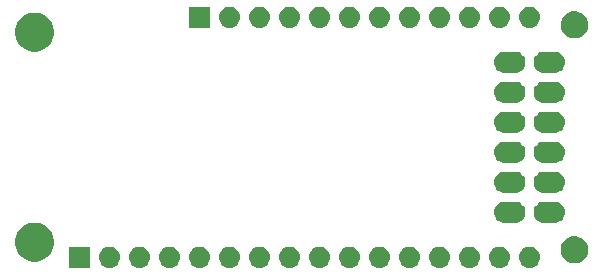
<source format=gbr>
G04 #@! TF.GenerationSoftware,KiCad,Pcbnew,5.1.4+dfsg1-1*
G04 #@! TF.CreationDate,2019-11-20T21:28:11-08:00*
G04 #@! TF.ProjectId,feather-wing-pmod,66656174-6865-4722-9d77-696e672d706d,rev?*
G04 #@! TF.SameCoordinates,PX791ddc0PY4d83c00*
G04 #@! TF.FileFunction,Soldermask,Bot*
G04 #@! TF.FilePolarity,Negative*
%FSLAX46Y46*%
G04 Gerber Fmt 4.6, Leading zero omitted, Abs format (unit mm)*
G04 Created by KiCad (PCBNEW 5.1.4+dfsg1-1) date 2019-11-20 21:28:11*
%MOMM*%
%LPD*%
G04 APERTURE LIST*
%ADD10C,0.100000*%
G04 APERTURE END LIST*
D10*
G36*
X31860442Y-20695518D02*
G01*
X31926627Y-20702037D01*
X32096466Y-20753557D01*
X32252991Y-20837222D01*
X32258368Y-20841635D01*
X32390186Y-20949814D01*
X32473448Y-21051271D01*
X32502778Y-21087009D01*
X32586443Y-21243534D01*
X32637963Y-21413373D01*
X32655359Y-21590000D01*
X32637963Y-21766627D01*
X32586443Y-21936466D01*
X32502778Y-22092991D01*
X32473448Y-22128729D01*
X32390186Y-22230186D01*
X32288729Y-22313448D01*
X32252991Y-22342778D01*
X32096466Y-22426443D01*
X31926627Y-22477963D01*
X31860443Y-22484481D01*
X31794260Y-22491000D01*
X31705740Y-22491000D01*
X31639557Y-22484481D01*
X31573373Y-22477963D01*
X31403534Y-22426443D01*
X31247009Y-22342778D01*
X31211271Y-22313448D01*
X31109814Y-22230186D01*
X31026552Y-22128729D01*
X30997222Y-22092991D01*
X30913557Y-21936466D01*
X30862037Y-21766627D01*
X30844641Y-21590000D01*
X30862037Y-21413373D01*
X30913557Y-21243534D01*
X30997222Y-21087009D01*
X31026552Y-21051271D01*
X31109814Y-20949814D01*
X31241632Y-20841635D01*
X31247009Y-20837222D01*
X31403534Y-20753557D01*
X31573373Y-20702037D01*
X31639558Y-20695518D01*
X31705740Y-20689000D01*
X31794260Y-20689000D01*
X31860442Y-20695518D01*
X31860442Y-20695518D01*
G37*
G36*
X26780442Y-20695518D02*
G01*
X26846627Y-20702037D01*
X27016466Y-20753557D01*
X27172991Y-20837222D01*
X27178368Y-20841635D01*
X27310186Y-20949814D01*
X27393448Y-21051271D01*
X27422778Y-21087009D01*
X27506443Y-21243534D01*
X27557963Y-21413373D01*
X27575359Y-21590000D01*
X27557963Y-21766627D01*
X27506443Y-21936466D01*
X27422778Y-22092991D01*
X27393448Y-22128729D01*
X27310186Y-22230186D01*
X27208729Y-22313448D01*
X27172991Y-22342778D01*
X27016466Y-22426443D01*
X26846627Y-22477963D01*
X26780443Y-22484481D01*
X26714260Y-22491000D01*
X26625740Y-22491000D01*
X26559557Y-22484481D01*
X26493373Y-22477963D01*
X26323534Y-22426443D01*
X26167009Y-22342778D01*
X26131271Y-22313448D01*
X26029814Y-22230186D01*
X25946552Y-22128729D01*
X25917222Y-22092991D01*
X25833557Y-21936466D01*
X25782037Y-21766627D01*
X25764641Y-21590000D01*
X25782037Y-21413373D01*
X25833557Y-21243534D01*
X25917222Y-21087009D01*
X25946552Y-21051271D01*
X26029814Y-20949814D01*
X26161632Y-20841635D01*
X26167009Y-20837222D01*
X26323534Y-20753557D01*
X26493373Y-20702037D01*
X26559558Y-20695518D01*
X26625740Y-20689000D01*
X26714260Y-20689000D01*
X26780442Y-20695518D01*
X26780442Y-20695518D01*
G37*
G36*
X44560442Y-20695518D02*
G01*
X44626627Y-20702037D01*
X44796466Y-20753557D01*
X44952991Y-20837222D01*
X44958368Y-20841635D01*
X45090186Y-20949814D01*
X45173448Y-21051271D01*
X45202778Y-21087009D01*
X45286443Y-21243534D01*
X45337963Y-21413373D01*
X45355359Y-21590000D01*
X45337963Y-21766627D01*
X45286443Y-21936466D01*
X45202778Y-22092991D01*
X45173448Y-22128729D01*
X45090186Y-22230186D01*
X44988729Y-22313448D01*
X44952991Y-22342778D01*
X44796466Y-22426443D01*
X44626627Y-22477963D01*
X44560443Y-22484481D01*
X44494260Y-22491000D01*
X44405740Y-22491000D01*
X44339557Y-22484481D01*
X44273373Y-22477963D01*
X44103534Y-22426443D01*
X43947009Y-22342778D01*
X43911271Y-22313448D01*
X43809814Y-22230186D01*
X43726552Y-22128729D01*
X43697222Y-22092991D01*
X43613557Y-21936466D01*
X43562037Y-21766627D01*
X43544641Y-21590000D01*
X43562037Y-21413373D01*
X43613557Y-21243534D01*
X43697222Y-21087009D01*
X43726552Y-21051271D01*
X43809814Y-20949814D01*
X43941632Y-20841635D01*
X43947009Y-20837222D01*
X44103534Y-20753557D01*
X44273373Y-20702037D01*
X44339558Y-20695518D01*
X44405740Y-20689000D01*
X44494260Y-20689000D01*
X44560442Y-20695518D01*
X44560442Y-20695518D01*
G37*
G36*
X39480442Y-20695518D02*
G01*
X39546627Y-20702037D01*
X39716466Y-20753557D01*
X39872991Y-20837222D01*
X39878368Y-20841635D01*
X40010186Y-20949814D01*
X40093448Y-21051271D01*
X40122778Y-21087009D01*
X40206443Y-21243534D01*
X40257963Y-21413373D01*
X40275359Y-21590000D01*
X40257963Y-21766627D01*
X40206443Y-21936466D01*
X40122778Y-22092991D01*
X40093448Y-22128729D01*
X40010186Y-22230186D01*
X39908729Y-22313448D01*
X39872991Y-22342778D01*
X39716466Y-22426443D01*
X39546627Y-22477963D01*
X39480443Y-22484481D01*
X39414260Y-22491000D01*
X39325740Y-22491000D01*
X39259557Y-22484481D01*
X39193373Y-22477963D01*
X39023534Y-22426443D01*
X38867009Y-22342778D01*
X38831271Y-22313448D01*
X38729814Y-22230186D01*
X38646552Y-22128729D01*
X38617222Y-22092991D01*
X38533557Y-21936466D01*
X38482037Y-21766627D01*
X38464641Y-21590000D01*
X38482037Y-21413373D01*
X38533557Y-21243534D01*
X38617222Y-21087009D01*
X38646552Y-21051271D01*
X38729814Y-20949814D01*
X38861632Y-20841635D01*
X38867009Y-20837222D01*
X39023534Y-20753557D01*
X39193373Y-20702037D01*
X39259558Y-20695518D01*
X39325740Y-20689000D01*
X39414260Y-20689000D01*
X39480442Y-20695518D01*
X39480442Y-20695518D01*
G37*
G36*
X36940442Y-20695518D02*
G01*
X37006627Y-20702037D01*
X37176466Y-20753557D01*
X37332991Y-20837222D01*
X37338368Y-20841635D01*
X37470186Y-20949814D01*
X37553448Y-21051271D01*
X37582778Y-21087009D01*
X37666443Y-21243534D01*
X37717963Y-21413373D01*
X37735359Y-21590000D01*
X37717963Y-21766627D01*
X37666443Y-21936466D01*
X37582778Y-22092991D01*
X37553448Y-22128729D01*
X37470186Y-22230186D01*
X37368729Y-22313448D01*
X37332991Y-22342778D01*
X37176466Y-22426443D01*
X37006627Y-22477963D01*
X36940443Y-22484481D01*
X36874260Y-22491000D01*
X36785740Y-22491000D01*
X36719557Y-22484481D01*
X36653373Y-22477963D01*
X36483534Y-22426443D01*
X36327009Y-22342778D01*
X36291271Y-22313448D01*
X36189814Y-22230186D01*
X36106552Y-22128729D01*
X36077222Y-22092991D01*
X35993557Y-21936466D01*
X35942037Y-21766627D01*
X35924641Y-21590000D01*
X35942037Y-21413373D01*
X35993557Y-21243534D01*
X36077222Y-21087009D01*
X36106552Y-21051271D01*
X36189814Y-20949814D01*
X36321632Y-20841635D01*
X36327009Y-20837222D01*
X36483534Y-20753557D01*
X36653373Y-20702037D01*
X36719558Y-20695518D01*
X36785740Y-20689000D01*
X36874260Y-20689000D01*
X36940442Y-20695518D01*
X36940442Y-20695518D01*
G37*
G36*
X34400442Y-20695518D02*
G01*
X34466627Y-20702037D01*
X34636466Y-20753557D01*
X34792991Y-20837222D01*
X34798368Y-20841635D01*
X34930186Y-20949814D01*
X35013448Y-21051271D01*
X35042778Y-21087009D01*
X35126443Y-21243534D01*
X35177963Y-21413373D01*
X35195359Y-21590000D01*
X35177963Y-21766627D01*
X35126443Y-21936466D01*
X35042778Y-22092991D01*
X35013448Y-22128729D01*
X34930186Y-22230186D01*
X34828729Y-22313448D01*
X34792991Y-22342778D01*
X34636466Y-22426443D01*
X34466627Y-22477963D01*
X34400443Y-22484481D01*
X34334260Y-22491000D01*
X34245740Y-22491000D01*
X34179557Y-22484481D01*
X34113373Y-22477963D01*
X33943534Y-22426443D01*
X33787009Y-22342778D01*
X33751271Y-22313448D01*
X33649814Y-22230186D01*
X33566552Y-22128729D01*
X33537222Y-22092991D01*
X33453557Y-21936466D01*
X33402037Y-21766627D01*
X33384641Y-21590000D01*
X33402037Y-21413373D01*
X33453557Y-21243534D01*
X33537222Y-21087009D01*
X33566552Y-21051271D01*
X33649814Y-20949814D01*
X33781632Y-20841635D01*
X33787009Y-20837222D01*
X33943534Y-20753557D01*
X34113373Y-20702037D01*
X34179558Y-20695518D01*
X34245740Y-20689000D01*
X34334260Y-20689000D01*
X34400442Y-20695518D01*
X34400442Y-20695518D01*
G37*
G36*
X29320442Y-20695518D02*
G01*
X29386627Y-20702037D01*
X29556466Y-20753557D01*
X29712991Y-20837222D01*
X29718368Y-20841635D01*
X29850186Y-20949814D01*
X29933448Y-21051271D01*
X29962778Y-21087009D01*
X30046443Y-21243534D01*
X30097963Y-21413373D01*
X30115359Y-21590000D01*
X30097963Y-21766627D01*
X30046443Y-21936466D01*
X29962778Y-22092991D01*
X29933448Y-22128729D01*
X29850186Y-22230186D01*
X29748729Y-22313448D01*
X29712991Y-22342778D01*
X29556466Y-22426443D01*
X29386627Y-22477963D01*
X29320443Y-22484481D01*
X29254260Y-22491000D01*
X29165740Y-22491000D01*
X29099557Y-22484481D01*
X29033373Y-22477963D01*
X28863534Y-22426443D01*
X28707009Y-22342778D01*
X28671271Y-22313448D01*
X28569814Y-22230186D01*
X28486552Y-22128729D01*
X28457222Y-22092991D01*
X28373557Y-21936466D01*
X28322037Y-21766627D01*
X28304641Y-21590000D01*
X28322037Y-21413373D01*
X28373557Y-21243534D01*
X28457222Y-21087009D01*
X28486552Y-21051271D01*
X28569814Y-20949814D01*
X28701632Y-20841635D01*
X28707009Y-20837222D01*
X28863534Y-20753557D01*
X29033373Y-20702037D01*
X29099558Y-20695518D01*
X29165740Y-20689000D01*
X29254260Y-20689000D01*
X29320442Y-20695518D01*
X29320442Y-20695518D01*
G37*
G36*
X42020442Y-20695518D02*
G01*
X42086627Y-20702037D01*
X42256466Y-20753557D01*
X42412991Y-20837222D01*
X42418368Y-20841635D01*
X42550186Y-20949814D01*
X42633448Y-21051271D01*
X42662778Y-21087009D01*
X42746443Y-21243534D01*
X42797963Y-21413373D01*
X42815359Y-21590000D01*
X42797963Y-21766627D01*
X42746443Y-21936466D01*
X42662778Y-22092991D01*
X42633448Y-22128729D01*
X42550186Y-22230186D01*
X42448729Y-22313448D01*
X42412991Y-22342778D01*
X42256466Y-22426443D01*
X42086627Y-22477963D01*
X42020443Y-22484481D01*
X41954260Y-22491000D01*
X41865740Y-22491000D01*
X41799557Y-22484481D01*
X41733373Y-22477963D01*
X41563534Y-22426443D01*
X41407009Y-22342778D01*
X41371271Y-22313448D01*
X41269814Y-22230186D01*
X41186552Y-22128729D01*
X41157222Y-22092991D01*
X41073557Y-21936466D01*
X41022037Y-21766627D01*
X41004641Y-21590000D01*
X41022037Y-21413373D01*
X41073557Y-21243534D01*
X41157222Y-21087009D01*
X41186552Y-21051271D01*
X41269814Y-20949814D01*
X41401632Y-20841635D01*
X41407009Y-20837222D01*
X41563534Y-20753557D01*
X41733373Y-20702037D01*
X41799558Y-20695518D01*
X41865740Y-20689000D01*
X41954260Y-20689000D01*
X42020442Y-20695518D01*
X42020442Y-20695518D01*
G37*
G36*
X24240442Y-20695518D02*
G01*
X24306627Y-20702037D01*
X24476466Y-20753557D01*
X24632991Y-20837222D01*
X24638368Y-20841635D01*
X24770186Y-20949814D01*
X24853448Y-21051271D01*
X24882778Y-21087009D01*
X24966443Y-21243534D01*
X25017963Y-21413373D01*
X25035359Y-21590000D01*
X25017963Y-21766627D01*
X24966443Y-21936466D01*
X24882778Y-22092991D01*
X24853448Y-22128729D01*
X24770186Y-22230186D01*
X24668729Y-22313448D01*
X24632991Y-22342778D01*
X24476466Y-22426443D01*
X24306627Y-22477963D01*
X24240443Y-22484481D01*
X24174260Y-22491000D01*
X24085740Y-22491000D01*
X24019557Y-22484481D01*
X23953373Y-22477963D01*
X23783534Y-22426443D01*
X23627009Y-22342778D01*
X23591271Y-22313448D01*
X23489814Y-22230186D01*
X23406552Y-22128729D01*
X23377222Y-22092991D01*
X23293557Y-21936466D01*
X23242037Y-21766627D01*
X23224641Y-21590000D01*
X23242037Y-21413373D01*
X23293557Y-21243534D01*
X23377222Y-21087009D01*
X23406552Y-21051271D01*
X23489814Y-20949814D01*
X23621632Y-20841635D01*
X23627009Y-20837222D01*
X23783534Y-20753557D01*
X23953373Y-20702037D01*
X24019558Y-20695518D01*
X24085740Y-20689000D01*
X24174260Y-20689000D01*
X24240442Y-20695518D01*
X24240442Y-20695518D01*
G37*
G36*
X21700442Y-20695518D02*
G01*
X21766627Y-20702037D01*
X21936466Y-20753557D01*
X22092991Y-20837222D01*
X22098368Y-20841635D01*
X22230186Y-20949814D01*
X22313448Y-21051271D01*
X22342778Y-21087009D01*
X22426443Y-21243534D01*
X22477963Y-21413373D01*
X22495359Y-21590000D01*
X22477963Y-21766627D01*
X22426443Y-21936466D01*
X22342778Y-22092991D01*
X22313448Y-22128729D01*
X22230186Y-22230186D01*
X22128729Y-22313448D01*
X22092991Y-22342778D01*
X21936466Y-22426443D01*
X21766627Y-22477963D01*
X21700443Y-22484481D01*
X21634260Y-22491000D01*
X21545740Y-22491000D01*
X21479557Y-22484481D01*
X21413373Y-22477963D01*
X21243534Y-22426443D01*
X21087009Y-22342778D01*
X21051271Y-22313448D01*
X20949814Y-22230186D01*
X20866552Y-22128729D01*
X20837222Y-22092991D01*
X20753557Y-21936466D01*
X20702037Y-21766627D01*
X20684641Y-21590000D01*
X20702037Y-21413373D01*
X20753557Y-21243534D01*
X20837222Y-21087009D01*
X20866552Y-21051271D01*
X20949814Y-20949814D01*
X21081632Y-20841635D01*
X21087009Y-20837222D01*
X21243534Y-20753557D01*
X21413373Y-20702037D01*
X21479558Y-20695518D01*
X21545740Y-20689000D01*
X21634260Y-20689000D01*
X21700442Y-20695518D01*
X21700442Y-20695518D01*
G37*
G36*
X19160442Y-20695518D02*
G01*
X19226627Y-20702037D01*
X19396466Y-20753557D01*
X19552991Y-20837222D01*
X19558368Y-20841635D01*
X19690186Y-20949814D01*
X19773448Y-21051271D01*
X19802778Y-21087009D01*
X19886443Y-21243534D01*
X19937963Y-21413373D01*
X19955359Y-21590000D01*
X19937963Y-21766627D01*
X19886443Y-21936466D01*
X19802778Y-22092991D01*
X19773448Y-22128729D01*
X19690186Y-22230186D01*
X19588729Y-22313448D01*
X19552991Y-22342778D01*
X19396466Y-22426443D01*
X19226627Y-22477963D01*
X19160443Y-22484481D01*
X19094260Y-22491000D01*
X19005740Y-22491000D01*
X18939557Y-22484481D01*
X18873373Y-22477963D01*
X18703534Y-22426443D01*
X18547009Y-22342778D01*
X18511271Y-22313448D01*
X18409814Y-22230186D01*
X18326552Y-22128729D01*
X18297222Y-22092991D01*
X18213557Y-21936466D01*
X18162037Y-21766627D01*
X18144641Y-21590000D01*
X18162037Y-21413373D01*
X18213557Y-21243534D01*
X18297222Y-21087009D01*
X18326552Y-21051271D01*
X18409814Y-20949814D01*
X18541632Y-20841635D01*
X18547009Y-20837222D01*
X18703534Y-20753557D01*
X18873373Y-20702037D01*
X18939558Y-20695518D01*
X19005740Y-20689000D01*
X19094260Y-20689000D01*
X19160442Y-20695518D01*
X19160442Y-20695518D01*
G37*
G36*
X16620442Y-20695518D02*
G01*
X16686627Y-20702037D01*
X16856466Y-20753557D01*
X17012991Y-20837222D01*
X17018368Y-20841635D01*
X17150186Y-20949814D01*
X17233448Y-21051271D01*
X17262778Y-21087009D01*
X17346443Y-21243534D01*
X17397963Y-21413373D01*
X17415359Y-21590000D01*
X17397963Y-21766627D01*
X17346443Y-21936466D01*
X17262778Y-22092991D01*
X17233448Y-22128729D01*
X17150186Y-22230186D01*
X17048729Y-22313448D01*
X17012991Y-22342778D01*
X16856466Y-22426443D01*
X16686627Y-22477963D01*
X16620443Y-22484481D01*
X16554260Y-22491000D01*
X16465740Y-22491000D01*
X16399557Y-22484481D01*
X16333373Y-22477963D01*
X16163534Y-22426443D01*
X16007009Y-22342778D01*
X15971271Y-22313448D01*
X15869814Y-22230186D01*
X15786552Y-22128729D01*
X15757222Y-22092991D01*
X15673557Y-21936466D01*
X15622037Y-21766627D01*
X15604641Y-21590000D01*
X15622037Y-21413373D01*
X15673557Y-21243534D01*
X15757222Y-21087009D01*
X15786552Y-21051271D01*
X15869814Y-20949814D01*
X16001632Y-20841635D01*
X16007009Y-20837222D01*
X16163534Y-20753557D01*
X16333373Y-20702037D01*
X16399558Y-20695518D01*
X16465740Y-20689000D01*
X16554260Y-20689000D01*
X16620442Y-20695518D01*
X16620442Y-20695518D01*
G37*
G36*
X14080442Y-20695518D02*
G01*
X14146627Y-20702037D01*
X14316466Y-20753557D01*
X14472991Y-20837222D01*
X14478368Y-20841635D01*
X14610186Y-20949814D01*
X14693448Y-21051271D01*
X14722778Y-21087009D01*
X14806443Y-21243534D01*
X14857963Y-21413373D01*
X14875359Y-21590000D01*
X14857963Y-21766627D01*
X14806443Y-21936466D01*
X14722778Y-22092991D01*
X14693448Y-22128729D01*
X14610186Y-22230186D01*
X14508729Y-22313448D01*
X14472991Y-22342778D01*
X14316466Y-22426443D01*
X14146627Y-22477963D01*
X14080443Y-22484481D01*
X14014260Y-22491000D01*
X13925740Y-22491000D01*
X13859557Y-22484481D01*
X13793373Y-22477963D01*
X13623534Y-22426443D01*
X13467009Y-22342778D01*
X13431271Y-22313448D01*
X13329814Y-22230186D01*
X13246552Y-22128729D01*
X13217222Y-22092991D01*
X13133557Y-21936466D01*
X13082037Y-21766627D01*
X13064641Y-21590000D01*
X13082037Y-21413373D01*
X13133557Y-21243534D01*
X13217222Y-21087009D01*
X13246552Y-21051271D01*
X13329814Y-20949814D01*
X13461632Y-20841635D01*
X13467009Y-20837222D01*
X13623534Y-20753557D01*
X13793373Y-20702037D01*
X13859558Y-20695518D01*
X13925740Y-20689000D01*
X14014260Y-20689000D01*
X14080442Y-20695518D01*
X14080442Y-20695518D01*
G37*
G36*
X11540442Y-20695518D02*
G01*
X11606627Y-20702037D01*
X11776466Y-20753557D01*
X11932991Y-20837222D01*
X11938368Y-20841635D01*
X12070186Y-20949814D01*
X12153448Y-21051271D01*
X12182778Y-21087009D01*
X12266443Y-21243534D01*
X12317963Y-21413373D01*
X12335359Y-21590000D01*
X12317963Y-21766627D01*
X12266443Y-21936466D01*
X12182778Y-22092991D01*
X12153448Y-22128729D01*
X12070186Y-22230186D01*
X11968729Y-22313448D01*
X11932991Y-22342778D01*
X11776466Y-22426443D01*
X11606627Y-22477963D01*
X11540443Y-22484481D01*
X11474260Y-22491000D01*
X11385740Y-22491000D01*
X11319557Y-22484481D01*
X11253373Y-22477963D01*
X11083534Y-22426443D01*
X10927009Y-22342778D01*
X10891271Y-22313448D01*
X10789814Y-22230186D01*
X10706552Y-22128729D01*
X10677222Y-22092991D01*
X10593557Y-21936466D01*
X10542037Y-21766627D01*
X10524641Y-21590000D01*
X10542037Y-21413373D01*
X10593557Y-21243534D01*
X10677222Y-21087009D01*
X10706552Y-21051271D01*
X10789814Y-20949814D01*
X10921632Y-20841635D01*
X10927009Y-20837222D01*
X11083534Y-20753557D01*
X11253373Y-20702037D01*
X11319558Y-20695518D01*
X11385740Y-20689000D01*
X11474260Y-20689000D01*
X11540442Y-20695518D01*
X11540442Y-20695518D01*
G37*
G36*
X9000442Y-20695518D02*
G01*
X9066627Y-20702037D01*
X9236466Y-20753557D01*
X9392991Y-20837222D01*
X9398368Y-20841635D01*
X9530186Y-20949814D01*
X9613448Y-21051271D01*
X9642778Y-21087009D01*
X9726443Y-21243534D01*
X9777963Y-21413373D01*
X9795359Y-21590000D01*
X9777963Y-21766627D01*
X9726443Y-21936466D01*
X9642778Y-22092991D01*
X9613448Y-22128729D01*
X9530186Y-22230186D01*
X9428729Y-22313448D01*
X9392991Y-22342778D01*
X9236466Y-22426443D01*
X9066627Y-22477963D01*
X9000443Y-22484481D01*
X8934260Y-22491000D01*
X8845740Y-22491000D01*
X8779557Y-22484481D01*
X8713373Y-22477963D01*
X8543534Y-22426443D01*
X8387009Y-22342778D01*
X8351271Y-22313448D01*
X8249814Y-22230186D01*
X8166552Y-22128729D01*
X8137222Y-22092991D01*
X8053557Y-21936466D01*
X8002037Y-21766627D01*
X7984641Y-21590000D01*
X8002037Y-21413373D01*
X8053557Y-21243534D01*
X8137222Y-21087009D01*
X8166552Y-21051271D01*
X8249814Y-20949814D01*
X8381632Y-20841635D01*
X8387009Y-20837222D01*
X8543534Y-20753557D01*
X8713373Y-20702037D01*
X8779558Y-20695518D01*
X8845740Y-20689000D01*
X8934260Y-20689000D01*
X9000442Y-20695518D01*
X9000442Y-20695518D01*
G37*
G36*
X7251000Y-22491000D02*
G01*
X5449000Y-22491000D01*
X5449000Y-20689000D01*
X7251000Y-20689000D01*
X7251000Y-22491000D01*
X7251000Y-22491000D01*
G37*
G36*
X48484549Y-19826116D02*
G01*
X48595734Y-19848232D01*
X48805203Y-19934997D01*
X48993720Y-20060960D01*
X49154040Y-20221280D01*
X49280003Y-20409797D01*
X49280004Y-20409799D01*
X49366768Y-20619267D01*
X49411000Y-20841635D01*
X49411000Y-21068365D01*
X49404301Y-21102042D01*
X49366768Y-21290734D01*
X49280003Y-21500203D01*
X49154040Y-21688720D01*
X48993720Y-21849040D01*
X48805203Y-21975003D01*
X48595734Y-22061768D01*
X48484549Y-22083884D01*
X48373365Y-22106000D01*
X48146635Y-22106000D01*
X48035451Y-22083884D01*
X47924266Y-22061768D01*
X47714797Y-21975003D01*
X47526280Y-21849040D01*
X47365960Y-21688720D01*
X47239997Y-21500203D01*
X47153232Y-21290734D01*
X47115699Y-21102042D01*
X47109000Y-21068365D01*
X47109000Y-20841635D01*
X47153232Y-20619267D01*
X47239996Y-20409799D01*
X47239997Y-20409797D01*
X47365960Y-20221280D01*
X47526280Y-20060960D01*
X47714797Y-19934997D01*
X47924266Y-19848232D01*
X48035451Y-19826116D01*
X48146635Y-19804000D01*
X48373365Y-19804000D01*
X48484549Y-19826116D01*
X48484549Y-19826116D01*
G37*
G36*
X2915256Y-18711298D02*
G01*
X3021579Y-18732447D01*
X3322042Y-18856903D01*
X3592451Y-19037585D01*
X3822415Y-19267549D01*
X4003097Y-19537958D01*
X4127553Y-19838421D01*
X4191000Y-20157391D01*
X4191000Y-20482609D01*
X4127553Y-20801579D01*
X4039550Y-21014037D01*
X4017047Y-21068365D01*
X4003097Y-21102042D01*
X3822415Y-21372451D01*
X3592451Y-21602415D01*
X3322042Y-21783097D01*
X3021579Y-21907553D01*
X2915256Y-21928702D01*
X2702611Y-21971000D01*
X2377389Y-21971000D01*
X2164744Y-21928702D01*
X2058421Y-21907553D01*
X1757958Y-21783097D01*
X1487549Y-21602415D01*
X1257585Y-21372451D01*
X1076903Y-21102042D01*
X1062954Y-21068365D01*
X1040450Y-21014037D01*
X952447Y-20801579D01*
X889000Y-20482609D01*
X889000Y-20157391D01*
X952447Y-19838421D01*
X1076903Y-19537958D01*
X1257585Y-19267549D01*
X1487549Y-19037585D01*
X1757958Y-18856903D01*
X2058421Y-18732447D01*
X2164744Y-18711298D01*
X2377389Y-18669000D01*
X2702611Y-18669000D01*
X2915256Y-18711298D01*
X2915256Y-18711298D01*
G37*
G36*
X43310443Y-16885519D02*
G01*
X43376627Y-16892037D01*
X43546466Y-16943557D01*
X43702991Y-17027222D01*
X43738729Y-17056552D01*
X43840186Y-17139814D01*
X43923448Y-17241271D01*
X43952778Y-17277009D01*
X44036443Y-17433534D01*
X44087963Y-17603373D01*
X44105359Y-17780000D01*
X44087963Y-17956627D01*
X44036443Y-18126466D01*
X43952778Y-18282991D01*
X43923448Y-18318729D01*
X43840186Y-18420186D01*
X43738729Y-18503448D01*
X43702991Y-18532778D01*
X43546466Y-18616443D01*
X43376627Y-18667963D01*
X43310443Y-18674481D01*
X43244260Y-18681000D01*
X42315740Y-18681000D01*
X42249557Y-18674481D01*
X42183373Y-18667963D01*
X42013534Y-18616443D01*
X41857009Y-18532778D01*
X41821271Y-18503448D01*
X41719814Y-18420186D01*
X41636552Y-18318729D01*
X41607222Y-18282991D01*
X41523557Y-18126466D01*
X41472037Y-17956627D01*
X41454641Y-17780000D01*
X41472037Y-17603373D01*
X41523557Y-17433534D01*
X41607222Y-17277009D01*
X41636552Y-17241271D01*
X41719814Y-17139814D01*
X41821271Y-17056552D01*
X41857009Y-17027222D01*
X42013534Y-16943557D01*
X42183373Y-16892037D01*
X42249557Y-16885519D01*
X42315740Y-16879000D01*
X43244260Y-16879000D01*
X43310443Y-16885519D01*
X43310443Y-16885519D01*
G37*
G36*
X46650443Y-16885519D02*
G01*
X46716627Y-16892037D01*
X46886466Y-16943557D01*
X47042991Y-17027222D01*
X47078729Y-17056552D01*
X47180186Y-17139814D01*
X47263448Y-17241271D01*
X47292778Y-17277009D01*
X47376443Y-17433534D01*
X47427963Y-17603373D01*
X47445359Y-17780000D01*
X47427963Y-17956627D01*
X47376443Y-18126466D01*
X47292778Y-18282991D01*
X47263448Y-18318729D01*
X47180186Y-18420186D01*
X47078729Y-18503448D01*
X47042991Y-18532778D01*
X46886466Y-18616443D01*
X46716627Y-18667963D01*
X46650443Y-18674481D01*
X46584260Y-18681000D01*
X45655740Y-18681000D01*
X45589557Y-18674481D01*
X45523373Y-18667963D01*
X45353534Y-18616443D01*
X45197009Y-18532778D01*
X45161271Y-18503448D01*
X45059814Y-18420186D01*
X44976552Y-18318729D01*
X44947222Y-18282991D01*
X44863557Y-18126466D01*
X44812037Y-17956627D01*
X44794641Y-17780000D01*
X44812037Y-17603373D01*
X44863557Y-17433534D01*
X44947222Y-17277009D01*
X44976552Y-17241271D01*
X45059814Y-17139814D01*
X45161271Y-17056552D01*
X45197009Y-17027222D01*
X45353534Y-16943557D01*
X45523373Y-16892037D01*
X45589557Y-16885519D01*
X45655740Y-16879000D01*
X46584260Y-16879000D01*
X46650443Y-16885519D01*
X46650443Y-16885519D01*
G37*
G36*
X46650442Y-14345518D02*
G01*
X46716627Y-14352037D01*
X46886466Y-14403557D01*
X47042991Y-14487222D01*
X47078729Y-14516552D01*
X47180186Y-14599814D01*
X47263448Y-14701271D01*
X47292778Y-14737009D01*
X47376443Y-14893534D01*
X47427963Y-15063373D01*
X47445359Y-15240000D01*
X47427963Y-15416627D01*
X47376443Y-15586466D01*
X47292778Y-15742991D01*
X47263448Y-15778729D01*
X47180186Y-15880186D01*
X47078729Y-15963448D01*
X47042991Y-15992778D01*
X46886466Y-16076443D01*
X46716627Y-16127963D01*
X46650442Y-16134482D01*
X46584260Y-16141000D01*
X45655740Y-16141000D01*
X45589558Y-16134482D01*
X45523373Y-16127963D01*
X45353534Y-16076443D01*
X45197009Y-15992778D01*
X45161271Y-15963448D01*
X45059814Y-15880186D01*
X44976552Y-15778729D01*
X44947222Y-15742991D01*
X44863557Y-15586466D01*
X44812037Y-15416627D01*
X44794641Y-15240000D01*
X44812037Y-15063373D01*
X44863557Y-14893534D01*
X44947222Y-14737009D01*
X44976552Y-14701271D01*
X45059814Y-14599814D01*
X45161271Y-14516552D01*
X45197009Y-14487222D01*
X45353534Y-14403557D01*
X45523373Y-14352037D01*
X45589558Y-14345518D01*
X45655740Y-14339000D01*
X46584260Y-14339000D01*
X46650442Y-14345518D01*
X46650442Y-14345518D01*
G37*
G36*
X43310442Y-14345518D02*
G01*
X43376627Y-14352037D01*
X43546466Y-14403557D01*
X43702991Y-14487222D01*
X43738729Y-14516552D01*
X43840186Y-14599814D01*
X43923448Y-14701271D01*
X43952778Y-14737009D01*
X44036443Y-14893534D01*
X44087963Y-15063373D01*
X44105359Y-15240000D01*
X44087963Y-15416627D01*
X44036443Y-15586466D01*
X43952778Y-15742991D01*
X43923448Y-15778729D01*
X43840186Y-15880186D01*
X43738729Y-15963448D01*
X43702991Y-15992778D01*
X43546466Y-16076443D01*
X43376627Y-16127963D01*
X43310442Y-16134482D01*
X43244260Y-16141000D01*
X42315740Y-16141000D01*
X42249558Y-16134482D01*
X42183373Y-16127963D01*
X42013534Y-16076443D01*
X41857009Y-15992778D01*
X41821271Y-15963448D01*
X41719814Y-15880186D01*
X41636552Y-15778729D01*
X41607222Y-15742991D01*
X41523557Y-15586466D01*
X41472037Y-15416627D01*
X41454641Y-15240000D01*
X41472037Y-15063373D01*
X41523557Y-14893534D01*
X41607222Y-14737009D01*
X41636552Y-14701271D01*
X41719814Y-14599814D01*
X41821271Y-14516552D01*
X41857009Y-14487222D01*
X42013534Y-14403557D01*
X42183373Y-14352037D01*
X42249558Y-14345518D01*
X42315740Y-14339000D01*
X43244260Y-14339000D01*
X43310442Y-14345518D01*
X43310442Y-14345518D01*
G37*
G36*
X46650443Y-11805519D02*
G01*
X46716627Y-11812037D01*
X46886466Y-11863557D01*
X47042991Y-11947222D01*
X47078729Y-11976552D01*
X47180186Y-12059814D01*
X47263448Y-12161271D01*
X47292778Y-12197009D01*
X47376443Y-12353534D01*
X47427963Y-12523373D01*
X47445359Y-12700000D01*
X47427963Y-12876627D01*
X47376443Y-13046466D01*
X47292778Y-13202991D01*
X47263448Y-13238729D01*
X47180186Y-13340186D01*
X47078729Y-13423448D01*
X47042991Y-13452778D01*
X46886466Y-13536443D01*
X46716627Y-13587963D01*
X46650443Y-13594481D01*
X46584260Y-13601000D01*
X45655740Y-13601000D01*
X45589557Y-13594481D01*
X45523373Y-13587963D01*
X45353534Y-13536443D01*
X45197009Y-13452778D01*
X45161271Y-13423448D01*
X45059814Y-13340186D01*
X44976552Y-13238729D01*
X44947222Y-13202991D01*
X44863557Y-13046466D01*
X44812037Y-12876627D01*
X44794641Y-12700000D01*
X44812037Y-12523373D01*
X44863557Y-12353534D01*
X44947222Y-12197009D01*
X44976552Y-12161271D01*
X45059814Y-12059814D01*
X45161271Y-11976552D01*
X45197009Y-11947222D01*
X45353534Y-11863557D01*
X45523373Y-11812037D01*
X45589557Y-11805519D01*
X45655740Y-11799000D01*
X46584260Y-11799000D01*
X46650443Y-11805519D01*
X46650443Y-11805519D01*
G37*
G36*
X43310443Y-11805519D02*
G01*
X43376627Y-11812037D01*
X43546466Y-11863557D01*
X43702991Y-11947222D01*
X43738729Y-11976552D01*
X43840186Y-12059814D01*
X43923448Y-12161271D01*
X43952778Y-12197009D01*
X44036443Y-12353534D01*
X44087963Y-12523373D01*
X44105359Y-12700000D01*
X44087963Y-12876627D01*
X44036443Y-13046466D01*
X43952778Y-13202991D01*
X43923448Y-13238729D01*
X43840186Y-13340186D01*
X43738729Y-13423448D01*
X43702991Y-13452778D01*
X43546466Y-13536443D01*
X43376627Y-13587963D01*
X43310443Y-13594481D01*
X43244260Y-13601000D01*
X42315740Y-13601000D01*
X42249557Y-13594481D01*
X42183373Y-13587963D01*
X42013534Y-13536443D01*
X41857009Y-13452778D01*
X41821271Y-13423448D01*
X41719814Y-13340186D01*
X41636552Y-13238729D01*
X41607222Y-13202991D01*
X41523557Y-13046466D01*
X41472037Y-12876627D01*
X41454641Y-12700000D01*
X41472037Y-12523373D01*
X41523557Y-12353534D01*
X41607222Y-12197009D01*
X41636552Y-12161271D01*
X41719814Y-12059814D01*
X41821271Y-11976552D01*
X41857009Y-11947222D01*
X42013534Y-11863557D01*
X42183373Y-11812037D01*
X42249557Y-11805519D01*
X42315740Y-11799000D01*
X43244260Y-11799000D01*
X43310443Y-11805519D01*
X43310443Y-11805519D01*
G37*
G36*
X43310443Y-9265519D02*
G01*
X43376627Y-9272037D01*
X43546466Y-9323557D01*
X43702991Y-9407222D01*
X43738729Y-9436552D01*
X43840186Y-9519814D01*
X43923448Y-9621271D01*
X43952778Y-9657009D01*
X44036443Y-9813534D01*
X44087963Y-9983373D01*
X44105359Y-10160000D01*
X44087963Y-10336627D01*
X44036443Y-10506466D01*
X43952778Y-10662991D01*
X43923448Y-10698729D01*
X43840186Y-10800186D01*
X43738729Y-10883448D01*
X43702991Y-10912778D01*
X43546466Y-10996443D01*
X43376627Y-11047963D01*
X43310443Y-11054481D01*
X43244260Y-11061000D01*
X42315740Y-11061000D01*
X42249557Y-11054481D01*
X42183373Y-11047963D01*
X42013534Y-10996443D01*
X41857009Y-10912778D01*
X41821271Y-10883448D01*
X41719814Y-10800186D01*
X41636552Y-10698729D01*
X41607222Y-10662991D01*
X41523557Y-10506466D01*
X41472037Y-10336627D01*
X41454641Y-10160000D01*
X41472037Y-9983373D01*
X41523557Y-9813534D01*
X41607222Y-9657009D01*
X41636552Y-9621271D01*
X41719814Y-9519814D01*
X41821271Y-9436552D01*
X41857009Y-9407222D01*
X42013534Y-9323557D01*
X42183373Y-9272037D01*
X42249558Y-9265518D01*
X42315740Y-9259000D01*
X43244260Y-9259000D01*
X43310443Y-9265519D01*
X43310443Y-9265519D01*
G37*
G36*
X46650443Y-9265519D02*
G01*
X46716627Y-9272037D01*
X46886466Y-9323557D01*
X47042991Y-9407222D01*
X47078729Y-9436552D01*
X47180186Y-9519814D01*
X47263448Y-9621271D01*
X47292778Y-9657009D01*
X47376443Y-9813534D01*
X47427963Y-9983373D01*
X47445359Y-10160000D01*
X47427963Y-10336627D01*
X47376443Y-10506466D01*
X47292778Y-10662991D01*
X47263448Y-10698729D01*
X47180186Y-10800186D01*
X47078729Y-10883448D01*
X47042991Y-10912778D01*
X46886466Y-10996443D01*
X46716627Y-11047963D01*
X46650443Y-11054481D01*
X46584260Y-11061000D01*
X45655740Y-11061000D01*
X45589557Y-11054481D01*
X45523373Y-11047963D01*
X45353534Y-10996443D01*
X45197009Y-10912778D01*
X45161271Y-10883448D01*
X45059814Y-10800186D01*
X44976552Y-10698729D01*
X44947222Y-10662991D01*
X44863557Y-10506466D01*
X44812037Y-10336627D01*
X44794641Y-10160000D01*
X44812037Y-9983373D01*
X44863557Y-9813534D01*
X44947222Y-9657009D01*
X44976552Y-9621271D01*
X45059814Y-9519814D01*
X45161271Y-9436552D01*
X45197009Y-9407222D01*
X45353534Y-9323557D01*
X45523373Y-9272037D01*
X45589558Y-9265518D01*
X45655740Y-9259000D01*
X46584260Y-9259000D01*
X46650443Y-9265519D01*
X46650443Y-9265519D01*
G37*
G36*
X43310443Y-6725519D02*
G01*
X43376627Y-6732037D01*
X43546466Y-6783557D01*
X43702991Y-6867222D01*
X43738729Y-6896552D01*
X43840186Y-6979814D01*
X43923448Y-7081271D01*
X43952778Y-7117009D01*
X44036443Y-7273534D01*
X44087963Y-7443373D01*
X44105359Y-7620000D01*
X44087963Y-7796627D01*
X44036443Y-7966466D01*
X43952778Y-8122991D01*
X43923448Y-8158729D01*
X43840186Y-8260186D01*
X43738729Y-8343448D01*
X43702991Y-8372778D01*
X43546466Y-8456443D01*
X43376627Y-8507963D01*
X43310443Y-8514481D01*
X43244260Y-8521000D01*
X42315740Y-8521000D01*
X42249557Y-8514481D01*
X42183373Y-8507963D01*
X42013534Y-8456443D01*
X41857009Y-8372778D01*
X41821271Y-8343448D01*
X41719814Y-8260186D01*
X41636552Y-8158729D01*
X41607222Y-8122991D01*
X41523557Y-7966466D01*
X41472037Y-7796627D01*
X41454641Y-7620000D01*
X41472037Y-7443373D01*
X41523557Y-7273534D01*
X41607222Y-7117009D01*
X41636552Y-7081271D01*
X41719814Y-6979814D01*
X41821271Y-6896552D01*
X41857009Y-6867222D01*
X42013534Y-6783557D01*
X42183373Y-6732037D01*
X42249557Y-6725519D01*
X42315740Y-6719000D01*
X43244260Y-6719000D01*
X43310443Y-6725519D01*
X43310443Y-6725519D01*
G37*
G36*
X46650443Y-6725519D02*
G01*
X46716627Y-6732037D01*
X46886466Y-6783557D01*
X47042991Y-6867222D01*
X47078729Y-6896552D01*
X47180186Y-6979814D01*
X47263448Y-7081271D01*
X47292778Y-7117009D01*
X47376443Y-7273534D01*
X47427963Y-7443373D01*
X47445359Y-7620000D01*
X47427963Y-7796627D01*
X47376443Y-7966466D01*
X47292778Y-8122991D01*
X47263448Y-8158729D01*
X47180186Y-8260186D01*
X47078729Y-8343448D01*
X47042991Y-8372778D01*
X46886466Y-8456443D01*
X46716627Y-8507963D01*
X46650443Y-8514481D01*
X46584260Y-8521000D01*
X45655740Y-8521000D01*
X45589557Y-8514481D01*
X45523373Y-8507963D01*
X45353534Y-8456443D01*
X45197009Y-8372778D01*
X45161271Y-8343448D01*
X45059814Y-8260186D01*
X44976552Y-8158729D01*
X44947222Y-8122991D01*
X44863557Y-7966466D01*
X44812037Y-7796627D01*
X44794641Y-7620000D01*
X44812037Y-7443373D01*
X44863557Y-7273534D01*
X44947222Y-7117009D01*
X44976552Y-7081271D01*
X45059814Y-6979814D01*
X45161271Y-6896552D01*
X45197009Y-6867222D01*
X45353534Y-6783557D01*
X45523373Y-6732037D01*
X45589557Y-6725519D01*
X45655740Y-6719000D01*
X46584260Y-6719000D01*
X46650443Y-6725519D01*
X46650443Y-6725519D01*
G37*
G36*
X46650442Y-4185518D02*
G01*
X46716627Y-4192037D01*
X46886466Y-4243557D01*
X47042991Y-4327222D01*
X47078729Y-4356552D01*
X47180186Y-4439814D01*
X47263448Y-4541271D01*
X47292778Y-4577009D01*
X47376443Y-4733534D01*
X47427963Y-4903373D01*
X47445359Y-5080000D01*
X47427963Y-5256627D01*
X47376443Y-5426466D01*
X47292778Y-5582991D01*
X47263448Y-5618729D01*
X47180186Y-5720186D01*
X47078729Y-5803448D01*
X47042991Y-5832778D01*
X46886466Y-5916443D01*
X46716627Y-5967963D01*
X46650442Y-5974482D01*
X46584260Y-5981000D01*
X45655740Y-5981000D01*
X45589558Y-5974482D01*
X45523373Y-5967963D01*
X45353534Y-5916443D01*
X45197009Y-5832778D01*
X45161271Y-5803448D01*
X45059814Y-5720186D01*
X44976552Y-5618729D01*
X44947222Y-5582991D01*
X44863557Y-5426466D01*
X44812037Y-5256627D01*
X44794641Y-5080000D01*
X44812037Y-4903373D01*
X44863557Y-4733534D01*
X44947222Y-4577009D01*
X44976552Y-4541271D01*
X45059814Y-4439814D01*
X45161271Y-4356552D01*
X45197009Y-4327222D01*
X45353534Y-4243557D01*
X45523373Y-4192037D01*
X45589558Y-4185518D01*
X45655740Y-4179000D01*
X46584260Y-4179000D01*
X46650442Y-4185518D01*
X46650442Y-4185518D01*
G37*
G36*
X43310442Y-4185518D02*
G01*
X43376627Y-4192037D01*
X43546466Y-4243557D01*
X43702991Y-4327222D01*
X43738729Y-4356552D01*
X43840186Y-4439814D01*
X43923448Y-4541271D01*
X43952778Y-4577009D01*
X44036443Y-4733534D01*
X44087963Y-4903373D01*
X44105359Y-5080000D01*
X44087963Y-5256627D01*
X44036443Y-5426466D01*
X43952778Y-5582991D01*
X43923448Y-5618729D01*
X43840186Y-5720186D01*
X43738729Y-5803448D01*
X43702991Y-5832778D01*
X43546466Y-5916443D01*
X43376627Y-5967963D01*
X43310442Y-5974482D01*
X43244260Y-5981000D01*
X42315740Y-5981000D01*
X42249558Y-5974482D01*
X42183373Y-5967963D01*
X42013534Y-5916443D01*
X41857009Y-5832778D01*
X41821271Y-5803448D01*
X41719814Y-5720186D01*
X41636552Y-5618729D01*
X41607222Y-5582991D01*
X41523557Y-5426466D01*
X41472037Y-5256627D01*
X41454641Y-5080000D01*
X41472037Y-4903373D01*
X41523557Y-4733534D01*
X41607222Y-4577009D01*
X41636552Y-4541271D01*
X41719814Y-4439814D01*
X41821271Y-4356552D01*
X41857009Y-4327222D01*
X42013534Y-4243557D01*
X42183373Y-4192037D01*
X42249558Y-4185518D01*
X42315740Y-4179000D01*
X43244260Y-4179000D01*
X43310442Y-4185518D01*
X43310442Y-4185518D01*
G37*
G36*
X2915256Y-931298D02*
G01*
X3021579Y-952447D01*
X3322042Y-1076903D01*
X3592451Y-1257585D01*
X3822415Y-1487549D01*
X3908556Y-1616468D01*
X4003098Y-1757960D01*
X4017047Y-1791636D01*
X4127553Y-2058421D01*
X4191000Y-2377391D01*
X4191000Y-2702609D01*
X4127553Y-3021579D01*
X4003097Y-3322042D01*
X3822415Y-3592451D01*
X3592451Y-3822415D01*
X3322042Y-4003097D01*
X3021579Y-4127553D01*
X2915256Y-4148702D01*
X2702611Y-4191000D01*
X2377389Y-4191000D01*
X2164744Y-4148702D01*
X2058421Y-4127553D01*
X1757958Y-4003097D01*
X1487549Y-3822415D01*
X1257585Y-3592451D01*
X1076903Y-3322042D01*
X952447Y-3021579D01*
X889000Y-2702609D01*
X889000Y-2377391D01*
X952447Y-2058421D01*
X1062953Y-1791636D01*
X1076902Y-1757960D01*
X1171444Y-1616468D01*
X1257585Y-1487549D01*
X1487549Y-1257585D01*
X1757958Y-1076903D01*
X2058421Y-952447D01*
X2164744Y-931298D01*
X2377389Y-889000D01*
X2702611Y-889000D01*
X2915256Y-931298D01*
X2915256Y-931298D01*
G37*
G36*
X48438765Y-767009D02*
G01*
X48595734Y-798232D01*
X48805203Y-884997D01*
X48993720Y-1010960D01*
X49154040Y-1171280D01*
X49280003Y-1359797D01*
X49332921Y-1487551D01*
X49366768Y-1569267D01*
X49404302Y-1757960D01*
X49411000Y-1791636D01*
X49411000Y-2018364D01*
X49366768Y-2240734D01*
X49280003Y-2450203D01*
X49154040Y-2638720D01*
X48993720Y-2799040D01*
X48805203Y-2925003D01*
X48595734Y-3011768D01*
X48484549Y-3033884D01*
X48373365Y-3056000D01*
X48146635Y-3056000D01*
X48035451Y-3033884D01*
X47924266Y-3011768D01*
X47714797Y-2925003D01*
X47526280Y-2799040D01*
X47365960Y-2638720D01*
X47239997Y-2450203D01*
X47153232Y-2240734D01*
X47109000Y-2018364D01*
X47109000Y-1791636D01*
X47115699Y-1757960D01*
X47153232Y-1569267D01*
X47187080Y-1487551D01*
X47239997Y-1359797D01*
X47365960Y-1171280D01*
X47526280Y-1010960D01*
X47714797Y-884997D01*
X47924266Y-798232D01*
X48081235Y-767009D01*
X48146635Y-754000D01*
X48373365Y-754000D01*
X48438765Y-767009D01*
X48438765Y-767009D01*
G37*
G36*
X29320443Y-375519D02*
G01*
X29386627Y-382037D01*
X29556466Y-433557D01*
X29712991Y-517222D01*
X29748729Y-546552D01*
X29850186Y-629814D01*
X29933448Y-731271D01*
X29962778Y-767009D01*
X30046443Y-923534D01*
X30097963Y-1093373D01*
X30115359Y-1270000D01*
X30097963Y-1446627D01*
X30046443Y-1616466D01*
X29962778Y-1772991D01*
X29947477Y-1791635D01*
X29850186Y-1910186D01*
X29748729Y-1993448D01*
X29712991Y-2022778D01*
X29556466Y-2106443D01*
X29386627Y-2157963D01*
X29320443Y-2164481D01*
X29254260Y-2171000D01*
X29165740Y-2171000D01*
X29099557Y-2164481D01*
X29033373Y-2157963D01*
X28863534Y-2106443D01*
X28707009Y-2022778D01*
X28671271Y-1993448D01*
X28569814Y-1910186D01*
X28472523Y-1791635D01*
X28457222Y-1772991D01*
X28373557Y-1616466D01*
X28322037Y-1446627D01*
X28304641Y-1270000D01*
X28322037Y-1093373D01*
X28373557Y-923534D01*
X28457222Y-767009D01*
X28486552Y-731271D01*
X28569814Y-629814D01*
X28671271Y-546552D01*
X28707009Y-517222D01*
X28863534Y-433557D01*
X29033373Y-382037D01*
X29099557Y-375519D01*
X29165740Y-369000D01*
X29254260Y-369000D01*
X29320443Y-375519D01*
X29320443Y-375519D01*
G37*
G36*
X36940443Y-375519D02*
G01*
X37006627Y-382037D01*
X37176466Y-433557D01*
X37332991Y-517222D01*
X37368729Y-546552D01*
X37470186Y-629814D01*
X37553448Y-731271D01*
X37582778Y-767009D01*
X37666443Y-923534D01*
X37717963Y-1093373D01*
X37735359Y-1270000D01*
X37717963Y-1446627D01*
X37666443Y-1616466D01*
X37582778Y-1772991D01*
X37567477Y-1791635D01*
X37470186Y-1910186D01*
X37368729Y-1993448D01*
X37332991Y-2022778D01*
X37176466Y-2106443D01*
X37006627Y-2157963D01*
X36940443Y-2164481D01*
X36874260Y-2171000D01*
X36785740Y-2171000D01*
X36719557Y-2164481D01*
X36653373Y-2157963D01*
X36483534Y-2106443D01*
X36327009Y-2022778D01*
X36291271Y-1993448D01*
X36189814Y-1910186D01*
X36092523Y-1791635D01*
X36077222Y-1772991D01*
X35993557Y-1616466D01*
X35942037Y-1446627D01*
X35924641Y-1270000D01*
X35942037Y-1093373D01*
X35993557Y-923534D01*
X36077222Y-767009D01*
X36106552Y-731271D01*
X36189814Y-629814D01*
X36291271Y-546552D01*
X36327009Y-517222D01*
X36483534Y-433557D01*
X36653373Y-382037D01*
X36719557Y-375519D01*
X36785740Y-369000D01*
X36874260Y-369000D01*
X36940443Y-375519D01*
X36940443Y-375519D01*
G37*
G36*
X34400443Y-375519D02*
G01*
X34466627Y-382037D01*
X34636466Y-433557D01*
X34792991Y-517222D01*
X34828729Y-546552D01*
X34930186Y-629814D01*
X35013448Y-731271D01*
X35042778Y-767009D01*
X35126443Y-923534D01*
X35177963Y-1093373D01*
X35195359Y-1270000D01*
X35177963Y-1446627D01*
X35126443Y-1616466D01*
X35042778Y-1772991D01*
X35027477Y-1791635D01*
X34930186Y-1910186D01*
X34828729Y-1993448D01*
X34792991Y-2022778D01*
X34636466Y-2106443D01*
X34466627Y-2157963D01*
X34400443Y-2164481D01*
X34334260Y-2171000D01*
X34245740Y-2171000D01*
X34179557Y-2164481D01*
X34113373Y-2157963D01*
X33943534Y-2106443D01*
X33787009Y-2022778D01*
X33751271Y-1993448D01*
X33649814Y-1910186D01*
X33552523Y-1791635D01*
X33537222Y-1772991D01*
X33453557Y-1616466D01*
X33402037Y-1446627D01*
X33384641Y-1270000D01*
X33402037Y-1093373D01*
X33453557Y-923534D01*
X33537222Y-767009D01*
X33566552Y-731271D01*
X33649814Y-629814D01*
X33751271Y-546552D01*
X33787009Y-517222D01*
X33943534Y-433557D01*
X34113373Y-382037D01*
X34179557Y-375519D01*
X34245740Y-369000D01*
X34334260Y-369000D01*
X34400443Y-375519D01*
X34400443Y-375519D01*
G37*
G36*
X31860443Y-375519D02*
G01*
X31926627Y-382037D01*
X32096466Y-433557D01*
X32252991Y-517222D01*
X32288729Y-546552D01*
X32390186Y-629814D01*
X32473448Y-731271D01*
X32502778Y-767009D01*
X32586443Y-923534D01*
X32637963Y-1093373D01*
X32655359Y-1270000D01*
X32637963Y-1446627D01*
X32586443Y-1616466D01*
X32502778Y-1772991D01*
X32487477Y-1791635D01*
X32390186Y-1910186D01*
X32288729Y-1993448D01*
X32252991Y-2022778D01*
X32096466Y-2106443D01*
X31926627Y-2157963D01*
X31860443Y-2164481D01*
X31794260Y-2171000D01*
X31705740Y-2171000D01*
X31639557Y-2164481D01*
X31573373Y-2157963D01*
X31403534Y-2106443D01*
X31247009Y-2022778D01*
X31211271Y-1993448D01*
X31109814Y-1910186D01*
X31012523Y-1791635D01*
X30997222Y-1772991D01*
X30913557Y-1616466D01*
X30862037Y-1446627D01*
X30844641Y-1270000D01*
X30862037Y-1093373D01*
X30913557Y-923534D01*
X30997222Y-767009D01*
X31026552Y-731271D01*
X31109814Y-629814D01*
X31211271Y-546552D01*
X31247009Y-517222D01*
X31403534Y-433557D01*
X31573373Y-382037D01*
X31639557Y-375519D01*
X31705740Y-369000D01*
X31794260Y-369000D01*
X31860443Y-375519D01*
X31860443Y-375519D01*
G37*
G36*
X17411000Y-2171000D02*
G01*
X15609000Y-2171000D01*
X15609000Y-369000D01*
X17411000Y-369000D01*
X17411000Y-2171000D01*
X17411000Y-2171000D01*
G37*
G36*
X19160443Y-375519D02*
G01*
X19226627Y-382037D01*
X19396466Y-433557D01*
X19552991Y-517222D01*
X19588729Y-546552D01*
X19690186Y-629814D01*
X19773448Y-731271D01*
X19802778Y-767009D01*
X19886443Y-923534D01*
X19937963Y-1093373D01*
X19955359Y-1270000D01*
X19937963Y-1446627D01*
X19886443Y-1616466D01*
X19802778Y-1772991D01*
X19787477Y-1791635D01*
X19690186Y-1910186D01*
X19588729Y-1993448D01*
X19552991Y-2022778D01*
X19396466Y-2106443D01*
X19226627Y-2157963D01*
X19160443Y-2164481D01*
X19094260Y-2171000D01*
X19005740Y-2171000D01*
X18939557Y-2164481D01*
X18873373Y-2157963D01*
X18703534Y-2106443D01*
X18547009Y-2022778D01*
X18511271Y-1993448D01*
X18409814Y-1910186D01*
X18312523Y-1791635D01*
X18297222Y-1772991D01*
X18213557Y-1616466D01*
X18162037Y-1446627D01*
X18144641Y-1270000D01*
X18162037Y-1093373D01*
X18213557Y-923534D01*
X18297222Y-767009D01*
X18326552Y-731271D01*
X18409814Y-629814D01*
X18511271Y-546552D01*
X18547009Y-517222D01*
X18703534Y-433557D01*
X18873373Y-382037D01*
X18939557Y-375519D01*
X19005740Y-369000D01*
X19094260Y-369000D01*
X19160443Y-375519D01*
X19160443Y-375519D01*
G37*
G36*
X21700443Y-375519D02*
G01*
X21766627Y-382037D01*
X21936466Y-433557D01*
X22092991Y-517222D01*
X22128729Y-546552D01*
X22230186Y-629814D01*
X22313448Y-731271D01*
X22342778Y-767009D01*
X22426443Y-923534D01*
X22477963Y-1093373D01*
X22495359Y-1270000D01*
X22477963Y-1446627D01*
X22426443Y-1616466D01*
X22342778Y-1772991D01*
X22327477Y-1791635D01*
X22230186Y-1910186D01*
X22128729Y-1993448D01*
X22092991Y-2022778D01*
X21936466Y-2106443D01*
X21766627Y-2157963D01*
X21700443Y-2164481D01*
X21634260Y-2171000D01*
X21545740Y-2171000D01*
X21479557Y-2164481D01*
X21413373Y-2157963D01*
X21243534Y-2106443D01*
X21087009Y-2022778D01*
X21051271Y-1993448D01*
X20949814Y-1910186D01*
X20852523Y-1791635D01*
X20837222Y-1772991D01*
X20753557Y-1616466D01*
X20702037Y-1446627D01*
X20684641Y-1270000D01*
X20702037Y-1093373D01*
X20753557Y-923534D01*
X20837222Y-767009D01*
X20866552Y-731271D01*
X20949814Y-629814D01*
X21051271Y-546552D01*
X21087009Y-517222D01*
X21243534Y-433557D01*
X21413373Y-382037D01*
X21479557Y-375519D01*
X21545740Y-369000D01*
X21634260Y-369000D01*
X21700443Y-375519D01*
X21700443Y-375519D01*
G37*
G36*
X24240443Y-375519D02*
G01*
X24306627Y-382037D01*
X24476466Y-433557D01*
X24632991Y-517222D01*
X24668729Y-546552D01*
X24770186Y-629814D01*
X24853448Y-731271D01*
X24882778Y-767009D01*
X24966443Y-923534D01*
X25017963Y-1093373D01*
X25035359Y-1270000D01*
X25017963Y-1446627D01*
X24966443Y-1616466D01*
X24882778Y-1772991D01*
X24867477Y-1791635D01*
X24770186Y-1910186D01*
X24668729Y-1993448D01*
X24632991Y-2022778D01*
X24476466Y-2106443D01*
X24306627Y-2157963D01*
X24240443Y-2164481D01*
X24174260Y-2171000D01*
X24085740Y-2171000D01*
X24019557Y-2164481D01*
X23953373Y-2157963D01*
X23783534Y-2106443D01*
X23627009Y-2022778D01*
X23591271Y-1993448D01*
X23489814Y-1910186D01*
X23392523Y-1791635D01*
X23377222Y-1772991D01*
X23293557Y-1616466D01*
X23242037Y-1446627D01*
X23224641Y-1270000D01*
X23242037Y-1093373D01*
X23293557Y-923534D01*
X23377222Y-767009D01*
X23406552Y-731271D01*
X23489814Y-629814D01*
X23591271Y-546552D01*
X23627009Y-517222D01*
X23783534Y-433557D01*
X23953373Y-382037D01*
X24019557Y-375519D01*
X24085740Y-369000D01*
X24174260Y-369000D01*
X24240443Y-375519D01*
X24240443Y-375519D01*
G37*
G36*
X39480443Y-375519D02*
G01*
X39546627Y-382037D01*
X39716466Y-433557D01*
X39872991Y-517222D01*
X39908729Y-546552D01*
X40010186Y-629814D01*
X40093448Y-731271D01*
X40122778Y-767009D01*
X40206443Y-923534D01*
X40257963Y-1093373D01*
X40275359Y-1270000D01*
X40257963Y-1446627D01*
X40206443Y-1616466D01*
X40122778Y-1772991D01*
X40107477Y-1791635D01*
X40010186Y-1910186D01*
X39908729Y-1993448D01*
X39872991Y-2022778D01*
X39716466Y-2106443D01*
X39546627Y-2157963D01*
X39480443Y-2164481D01*
X39414260Y-2171000D01*
X39325740Y-2171000D01*
X39259557Y-2164481D01*
X39193373Y-2157963D01*
X39023534Y-2106443D01*
X38867009Y-2022778D01*
X38831271Y-1993448D01*
X38729814Y-1910186D01*
X38632523Y-1791635D01*
X38617222Y-1772991D01*
X38533557Y-1616466D01*
X38482037Y-1446627D01*
X38464641Y-1270000D01*
X38482037Y-1093373D01*
X38533557Y-923534D01*
X38617222Y-767009D01*
X38646552Y-731271D01*
X38729814Y-629814D01*
X38831271Y-546552D01*
X38867009Y-517222D01*
X39023534Y-433557D01*
X39193373Y-382037D01*
X39259557Y-375519D01*
X39325740Y-369000D01*
X39414260Y-369000D01*
X39480443Y-375519D01*
X39480443Y-375519D01*
G37*
G36*
X42020443Y-375519D02*
G01*
X42086627Y-382037D01*
X42256466Y-433557D01*
X42412991Y-517222D01*
X42448729Y-546552D01*
X42550186Y-629814D01*
X42633448Y-731271D01*
X42662778Y-767009D01*
X42746443Y-923534D01*
X42797963Y-1093373D01*
X42815359Y-1270000D01*
X42797963Y-1446627D01*
X42746443Y-1616466D01*
X42662778Y-1772991D01*
X42647477Y-1791635D01*
X42550186Y-1910186D01*
X42448729Y-1993448D01*
X42412991Y-2022778D01*
X42256466Y-2106443D01*
X42086627Y-2157963D01*
X42020443Y-2164481D01*
X41954260Y-2171000D01*
X41865740Y-2171000D01*
X41799557Y-2164481D01*
X41733373Y-2157963D01*
X41563534Y-2106443D01*
X41407009Y-2022778D01*
X41371271Y-1993448D01*
X41269814Y-1910186D01*
X41172523Y-1791635D01*
X41157222Y-1772991D01*
X41073557Y-1616466D01*
X41022037Y-1446627D01*
X41004641Y-1270000D01*
X41022037Y-1093373D01*
X41073557Y-923534D01*
X41157222Y-767009D01*
X41186552Y-731271D01*
X41269814Y-629814D01*
X41371271Y-546552D01*
X41407009Y-517222D01*
X41563534Y-433557D01*
X41733373Y-382037D01*
X41799557Y-375519D01*
X41865740Y-369000D01*
X41954260Y-369000D01*
X42020443Y-375519D01*
X42020443Y-375519D01*
G37*
G36*
X44560443Y-375519D02*
G01*
X44626627Y-382037D01*
X44796466Y-433557D01*
X44952991Y-517222D01*
X44988729Y-546552D01*
X45090186Y-629814D01*
X45173448Y-731271D01*
X45202778Y-767009D01*
X45286443Y-923534D01*
X45337963Y-1093373D01*
X45355359Y-1270000D01*
X45337963Y-1446627D01*
X45286443Y-1616466D01*
X45202778Y-1772991D01*
X45187477Y-1791635D01*
X45090186Y-1910186D01*
X44988729Y-1993448D01*
X44952991Y-2022778D01*
X44796466Y-2106443D01*
X44626627Y-2157963D01*
X44560443Y-2164481D01*
X44494260Y-2171000D01*
X44405740Y-2171000D01*
X44339557Y-2164481D01*
X44273373Y-2157963D01*
X44103534Y-2106443D01*
X43947009Y-2022778D01*
X43911271Y-1993448D01*
X43809814Y-1910186D01*
X43712523Y-1791635D01*
X43697222Y-1772991D01*
X43613557Y-1616466D01*
X43562037Y-1446627D01*
X43544641Y-1270000D01*
X43562037Y-1093373D01*
X43613557Y-923534D01*
X43697222Y-767009D01*
X43726552Y-731271D01*
X43809814Y-629814D01*
X43911271Y-546552D01*
X43947009Y-517222D01*
X44103534Y-433557D01*
X44273373Y-382037D01*
X44339557Y-375519D01*
X44405740Y-369000D01*
X44494260Y-369000D01*
X44560443Y-375519D01*
X44560443Y-375519D01*
G37*
G36*
X26780443Y-375519D02*
G01*
X26846627Y-382037D01*
X27016466Y-433557D01*
X27172991Y-517222D01*
X27208729Y-546552D01*
X27310186Y-629814D01*
X27393448Y-731271D01*
X27422778Y-767009D01*
X27506443Y-923534D01*
X27557963Y-1093373D01*
X27575359Y-1270000D01*
X27557963Y-1446627D01*
X27506443Y-1616466D01*
X27422778Y-1772991D01*
X27407477Y-1791635D01*
X27310186Y-1910186D01*
X27208729Y-1993448D01*
X27172991Y-2022778D01*
X27016466Y-2106443D01*
X26846627Y-2157963D01*
X26780443Y-2164481D01*
X26714260Y-2171000D01*
X26625740Y-2171000D01*
X26559557Y-2164481D01*
X26493373Y-2157963D01*
X26323534Y-2106443D01*
X26167009Y-2022778D01*
X26131271Y-1993448D01*
X26029814Y-1910186D01*
X25932523Y-1791635D01*
X25917222Y-1772991D01*
X25833557Y-1616466D01*
X25782037Y-1446627D01*
X25764641Y-1270000D01*
X25782037Y-1093373D01*
X25833557Y-923534D01*
X25917222Y-767009D01*
X25946552Y-731271D01*
X26029814Y-629814D01*
X26131271Y-546552D01*
X26167009Y-517222D01*
X26323534Y-433557D01*
X26493373Y-382037D01*
X26559557Y-375519D01*
X26625740Y-369000D01*
X26714260Y-369000D01*
X26780443Y-375519D01*
X26780443Y-375519D01*
G37*
M02*

</source>
